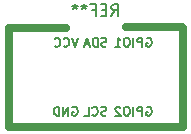
<source format=gbo>
%TF.GenerationSoftware,KiCad,Pcbnew,8.0.8*%
%TF.CreationDate,2025-03-20T00:36:27-04:00*%
%TF.ProjectId,EMP_Cyclone_SAO_v1,454d505f-4379-4636-9c6f-6e655f53414f,rev?*%
%TF.SameCoordinates,Original*%
%TF.FileFunction,Legend,Bot*%
%TF.FilePolarity,Positive*%
%FSLAX46Y46*%
G04 Gerber Fmt 4.6, Leading zero omitted, Abs format (unit mm)*
G04 Created by KiCad (PCBNEW 8.0.8) date 2025-03-20 00:36:27*
%MOMM*%
%LPD*%
G01*
G04 APERTURE LIST*
%ADD10C,0.150000*%
%ADD11C,0.700000*%
%ADD12C,2.000000*%
%ADD13C,1.524000*%
%ADD14C,1.800000*%
%ADD15R,1.727200X1.727200*%
%ADD16C,1.727200*%
%ADD17O,1.727200X1.727200*%
G04 APERTURE END LIST*
D10*
X101483333Y-136954819D02*
X101816666Y-136478628D01*
X102054761Y-136954819D02*
X102054761Y-135954819D01*
X102054761Y-135954819D02*
X101673809Y-135954819D01*
X101673809Y-135954819D02*
X101578571Y-136002438D01*
X101578571Y-136002438D02*
X101530952Y-136050057D01*
X101530952Y-136050057D02*
X101483333Y-136145295D01*
X101483333Y-136145295D02*
X101483333Y-136288152D01*
X101483333Y-136288152D02*
X101530952Y-136383390D01*
X101530952Y-136383390D02*
X101578571Y-136431009D01*
X101578571Y-136431009D02*
X101673809Y-136478628D01*
X101673809Y-136478628D02*
X102054761Y-136478628D01*
X101054761Y-136431009D02*
X100721428Y-136431009D01*
X100578571Y-136954819D02*
X101054761Y-136954819D01*
X101054761Y-136954819D02*
X101054761Y-135954819D01*
X101054761Y-135954819D02*
X100578571Y-135954819D01*
X99816666Y-136431009D02*
X100149999Y-136431009D01*
X100149999Y-136954819D02*
X100149999Y-135954819D01*
X100149999Y-135954819D02*
X99673809Y-135954819D01*
X99149999Y-135954819D02*
X99149999Y-136192914D01*
X99388094Y-136097676D02*
X99149999Y-136192914D01*
X99149999Y-136192914D02*
X98911904Y-136097676D01*
X99292856Y-136383390D02*
X99149999Y-136192914D01*
X99149999Y-136192914D02*
X99007142Y-136383390D01*
X98388094Y-135954819D02*
X98388094Y-136192914D01*
X98626189Y-136097676D02*
X98388094Y-136192914D01*
X98388094Y-136192914D02*
X98149999Y-136097676D01*
X98530951Y-136383390D02*
X98388094Y-136192914D01*
X98388094Y-136192914D02*
X98245237Y-136383390D01*
X101060713Y-139509450D02*
X100953571Y-139545164D01*
X100953571Y-139545164D02*
X100774999Y-139545164D01*
X100774999Y-139545164D02*
X100703571Y-139509450D01*
X100703571Y-139509450D02*
X100667856Y-139473735D01*
X100667856Y-139473735D02*
X100632142Y-139402307D01*
X100632142Y-139402307D02*
X100632142Y-139330878D01*
X100632142Y-139330878D02*
X100667856Y-139259450D01*
X100667856Y-139259450D02*
X100703571Y-139223735D01*
X100703571Y-139223735D02*
X100774999Y-139188021D01*
X100774999Y-139188021D02*
X100917856Y-139152307D01*
X100917856Y-139152307D02*
X100989285Y-139116592D01*
X100989285Y-139116592D02*
X101024999Y-139080878D01*
X101024999Y-139080878D02*
X101060713Y-139009450D01*
X101060713Y-139009450D02*
X101060713Y-138938021D01*
X101060713Y-138938021D02*
X101024999Y-138866592D01*
X101024999Y-138866592D02*
X100989285Y-138830878D01*
X100989285Y-138830878D02*
X100917856Y-138795164D01*
X100917856Y-138795164D02*
X100739285Y-138795164D01*
X100739285Y-138795164D02*
X100632142Y-138830878D01*
X100310713Y-139545164D02*
X100310713Y-138795164D01*
X100310713Y-138795164D02*
X100132142Y-138795164D01*
X100132142Y-138795164D02*
X100024999Y-138830878D01*
X100024999Y-138830878D02*
X99953570Y-138902307D01*
X99953570Y-138902307D02*
X99917856Y-138973735D01*
X99917856Y-138973735D02*
X99882142Y-139116592D01*
X99882142Y-139116592D02*
X99882142Y-139223735D01*
X99882142Y-139223735D02*
X99917856Y-139366592D01*
X99917856Y-139366592D02*
X99953570Y-139438021D01*
X99953570Y-139438021D02*
X100024999Y-139509450D01*
X100024999Y-139509450D02*
X100132142Y-139545164D01*
X100132142Y-139545164D02*
X100310713Y-139545164D01*
X99596427Y-139330878D02*
X99239285Y-139330878D01*
X99667856Y-139545164D02*
X99417856Y-138795164D01*
X99417856Y-138795164D02*
X99167856Y-139545164D01*
X104457142Y-144672878D02*
X104528571Y-144637164D01*
X104528571Y-144637164D02*
X104635713Y-144637164D01*
X104635713Y-144637164D02*
X104742856Y-144672878D01*
X104742856Y-144672878D02*
X104814285Y-144744307D01*
X104814285Y-144744307D02*
X104849999Y-144815735D01*
X104849999Y-144815735D02*
X104885713Y-144958592D01*
X104885713Y-144958592D02*
X104885713Y-145065735D01*
X104885713Y-145065735D02*
X104849999Y-145208592D01*
X104849999Y-145208592D02*
X104814285Y-145280021D01*
X104814285Y-145280021D02*
X104742856Y-145351450D01*
X104742856Y-145351450D02*
X104635713Y-145387164D01*
X104635713Y-145387164D02*
X104564285Y-145387164D01*
X104564285Y-145387164D02*
X104457142Y-145351450D01*
X104457142Y-145351450D02*
X104421428Y-145315735D01*
X104421428Y-145315735D02*
X104421428Y-145065735D01*
X104421428Y-145065735D02*
X104564285Y-145065735D01*
X104099999Y-145387164D02*
X104099999Y-144637164D01*
X104099999Y-144637164D02*
X103814285Y-144637164D01*
X103814285Y-144637164D02*
X103742856Y-144672878D01*
X103742856Y-144672878D02*
X103707142Y-144708592D01*
X103707142Y-144708592D02*
X103671428Y-144780021D01*
X103671428Y-144780021D02*
X103671428Y-144887164D01*
X103671428Y-144887164D02*
X103707142Y-144958592D01*
X103707142Y-144958592D02*
X103742856Y-144994307D01*
X103742856Y-144994307D02*
X103814285Y-145030021D01*
X103814285Y-145030021D02*
X104099999Y-145030021D01*
X103349999Y-145387164D02*
X103349999Y-144637164D01*
X102849999Y-144637164D02*
X102707142Y-144637164D01*
X102707142Y-144637164D02*
X102635713Y-144672878D01*
X102635713Y-144672878D02*
X102564285Y-144744307D01*
X102564285Y-144744307D02*
X102528570Y-144887164D01*
X102528570Y-144887164D02*
X102528570Y-145137164D01*
X102528570Y-145137164D02*
X102564285Y-145280021D01*
X102564285Y-145280021D02*
X102635713Y-145351450D01*
X102635713Y-145351450D02*
X102707142Y-145387164D01*
X102707142Y-145387164D02*
X102849999Y-145387164D01*
X102849999Y-145387164D02*
X102921428Y-145351450D01*
X102921428Y-145351450D02*
X102992856Y-145280021D01*
X102992856Y-145280021D02*
X103028570Y-145137164D01*
X103028570Y-145137164D02*
X103028570Y-144887164D01*
X103028570Y-144887164D02*
X102992856Y-144744307D01*
X102992856Y-144744307D02*
X102921428Y-144672878D01*
X102921428Y-144672878D02*
X102849999Y-144637164D01*
X102242856Y-144708592D02*
X102207142Y-144672878D01*
X102207142Y-144672878D02*
X102135714Y-144637164D01*
X102135714Y-144637164D02*
X101957142Y-144637164D01*
X101957142Y-144637164D02*
X101885714Y-144672878D01*
X101885714Y-144672878D02*
X101849999Y-144708592D01*
X101849999Y-144708592D02*
X101814285Y-144780021D01*
X101814285Y-144780021D02*
X101814285Y-144851450D01*
X101814285Y-144851450D02*
X101849999Y-144958592D01*
X101849999Y-144958592D02*
X102278571Y-145387164D01*
X102278571Y-145387164D02*
X101814285Y-145387164D01*
X101042856Y-145351450D02*
X100935714Y-145387164D01*
X100935714Y-145387164D02*
X100757142Y-145387164D01*
X100757142Y-145387164D02*
X100685714Y-145351450D01*
X100685714Y-145351450D02*
X100649999Y-145315735D01*
X100649999Y-145315735D02*
X100614285Y-145244307D01*
X100614285Y-145244307D02*
X100614285Y-145172878D01*
X100614285Y-145172878D02*
X100649999Y-145101450D01*
X100649999Y-145101450D02*
X100685714Y-145065735D01*
X100685714Y-145065735D02*
X100757142Y-145030021D01*
X100757142Y-145030021D02*
X100899999Y-144994307D01*
X100899999Y-144994307D02*
X100971428Y-144958592D01*
X100971428Y-144958592D02*
X101007142Y-144922878D01*
X101007142Y-144922878D02*
X101042856Y-144851450D01*
X101042856Y-144851450D02*
X101042856Y-144780021D01*
X101042856Y-144780021D02*
X101007142Y-144708592D01*
X101007142Y-144708592D02*
X100971428Y-144672878D01*
X100971428Y-144672878D02*
X100899999Y-144637164D01*
X100899999Y-144637164D02*
X100721428Y-144637164D01*
X100721428Y-144637164D02*
X100614285Y-144672878D01*
X99864285Y-145315735D02*
X99899999Y-145351450D01*
X99899999Y-145351450D02*
X100007142Y-145387164D01*
X100007142Y-145387164D02*
X100078570Y-145387164D01*
X100078570Y-145387164D02*
X100185713Y-145351450D01*
X100185713Y-145351450D02*
X100257142Y-145280021D01*
X100257142Y-145280021D02*
X100292856Y-145208592D01*
X100292856Y-145208592D02*
X100328570Y-145065735D01*
X100328570Y-145065735D02*
X100328570Y-144958592D01*
X100328570Y-144958592D02*
X100292856Y-144815735D01*
X100292856Y-144815735D02*
X100257142Y-144744307D01*
X100257142Y-144744307D02*
X100185713Y-144672878D01*
X100185713Y-144672878D02*
X100078570Y-144637164D01*
X100078570Y-144637164D02*
X100007142Y-144637164D01*
X100007142Y-144637164D02*
X99899999Y-144672878D01*
X99899999Y-144672878D02*
X99864285Y-144708592D01*
X99185713Y-145387164D02*
X99542856Y-145387164D01*
X99542856Y-145387164D02*
X99542856Y-144637164D01*
X104457142Y-138830878D02*
X104528571Y-138795164D01*
X104528571Y-138795164D02*
X104635713Y-138795164D01*
X104635713Y-138795164D02*
X104742856Y-138830878D01*
X104742856Y-138830878D02*
X104814285Y-138902307D01*
X104814285Y-138902307D02*
X104849999Y-138973735D01*
X104849999Y-138973735D02*
X104885713Y-139116592D01*
X104885713Y-139116592D02*
X104885713Y-139223735D01*
X104885713Y-139223735D02*
X104849999Y-139366592D01*
X104849999Y-139366592D02*
X104814285Y-139438021D01*
X104814285Y-139438021D02*
X104742856Y-139509450D01*
X104742856Y-139509450D02*
X104635713Y-139545164D01*
X104635713Y-139545164D02*
X104564285Y-139545164D01*
X104564285Y-139545164D02*
X104457142Y-139509450D01*
X104457142Y-139509450D02*
X104421428Y-139473735D01*
X104421428Y-139473735D02*
X104421428Y-139223735D01*
X104421428Y-139223735D02*
X104564285Y-139223735D01*
X104099999Y-139545164D02*
X104099999Y-138795164D01*
X104099999Y-138795164D02*
X103814285Y-138795164D01*
X103814285Y-138795164D02*
X103742856Y-138830878D01*
X103742856Y-138830878D02*
X103707142Y-138866592D01*
X103707142Y-138866592D02*
X103671428Y-138938021D01*
X103671428Y-138938021D02*
X103671428Y-139045164D01*
X103671428Y-139045164D02*
X103707142Y-139116592D01*
X103707142Y-139116592D02*
X103742856Y-139152307D01*
X103742856Y-139152307D02*
X103814285Y-139188021D01*
X103814285Y-139188021D02*
X104099999Y-139188021D01*
X103349999Y-139545164D02*
X103349999Y-138795164D01*
X102849999Y-138795164D02*
X102707142Y-138795164D01*
X102707142Y-138795164D02*
X102635713Y-138830878D01*
X102635713Y-138830878D02*
X102564285Y-138902307D01*
X102564285Y-138902307D02*
X102528570Y-139045164D01*
X102528570Y-139045164D02*
X102528570Y-139295164D01*
X102528570Y-139295164D02*
X102564285Y-139438021D01*
X102564285Y-139438021D02*
X102635713Y-139509450D01*
X102635713Y-139509450D02*
X102707142Y-139545164D01*
X102707142Y-139545164D02*
X102849999Y-139545164D01*
X102849999Y-139545164D02*
X102921428Y-139509450D01*
X102921428Y-139509450D02*
X102992856Y-139438021D01*
X102992856Y-139438021D02*
X103028570Y-139295164D01*
X103028570Y-139295164D02*
X103028570Y-139045164D01*
X103028570Y-139045164D02*
X102992856Y-138902307D01*
X102992856Y-138902307D02*
X102921428Y-138830878D01*
X102921428Y-138830878D02*
X102849999Y-138795164D01*
X101814285Y-139545164D02*
X102242856Y-139545164D01*
X102028571Y-139545164D02*
X102028571Y-138795164D01*
X102028571Y-138795164D02*
X102099999Y-138902307D01*
X102099999Y-138902307D02*
X102171428Y-138973735D01*
X102171428Y-138973735D02*
X102242856Y-139009450D01*
X98181428Y-144672878D02*
X98252857Y-144637164D01*
X98252857Y-144637164D02*
X98359999Y-144637164D01*
X98359999Y-144637164D02*
X98467142Y-144672878D01*
X98467142Y-144672878D02*
X98538571Y-144744307D01*
X98538571Y-144744307D02*
X98574285Y-144815735D01*
X98574285Y-144815735D02*
X98609999Y-144958592D01*
X98609999Y-144958592D02*
X98609999Y-145065735D01*
X98609999Y-145065735D02*
X98574285Y-145208592D01*
X98574285Y-145208592D02*
X98538571Y-145280021D01*
X98538571Y-145280021D02*
X98467142Y-145351450D01*
X98467142Y-145351450D02*
X98359999Y-145387164D01*
X98359999Y-145387164D02*
X98288571Y-145387164D01*
X98288571Y-145387164D02*
X98181428Y-145351450D01*
X98181428Y-145351450D02*
X98145714Y-145315735D01*
X98145714Y-145315735D02*
X98145714Y-145065735D01*
X98145714Y-145065735D02*
X98288571Y-145065735D01*
X97824285Y-145387164D02*
X97824285Y-144637164D01*
X97824285Y-144637164D02*
X97395714Y-145387164D01*
X97395714Y-145387164D02*
X97395714Y-144637164D01*
X97038571Y-145387164D02*
X97038571Y-144637164D01*
X97038571Y-144637164D02*
X96860000Y-144637164D01*
X96860000Y-144637164D02*
X96752857Y-144672878D01*
X96752857Y-144672878D02*
X96681428Y-144744307D01*
X96681428Y-144744307D02*
X96645714Y-144815735D01*
X96645714Y-144815735D02*
X96610000Y-144958592D01*
X96610000Y-144958592D02*
X96610000Y-145065735D01*
X96610000Y-145065735D02*
X96645714Y-145208592D01*
X96645714Y-145208592D02*
X96681428Y-145280021D01*
X96681428Y-145280021D02*
X96752857Y-145351450D01*
X96752857Y-145351450D02*
X96860000Y-145387164D01*
X96860000Y-145387164D02*
X97038571Y-145387164D01*
X98609999Y-138795164D02*
X98359999Y-139545164D01*
X98359999Y-139545164D02*
X98109999Y-138795164D01*
X97431428Y-139473735D02*
X97467142Y-139509450D01*
X97467142Y-139509450D02*
X97574285Y-139545164D01*
X97574285Y-139545164D02*
X97645713Y-139545164D01*
X97645713Y-139545164D02*
X97752856Y-139509450D01*
X97752856Y-139509450D02*
X97824285Y-139438021D01*
X97824285Y-139438021D02*
X97859999Y-139366592D01*
X97859999Y-139366592D02*
X97895713Y-139223735D01*
X97895713Y-139223735D02*
X97895713Y-139116592D01*
X97895713Y-139116592D02*
X97859999Y-138973735D01*
X97859999Y-138973735D02*
X97824285Y-138902307D01*
X97824285Y-138902307D02*
X97752856Y-138830878D01*
X97752856Y-138830878D02*
X97645713Y-138795164D01*
X97645713Y-138795164D02*
X97574285Y-138795164D01*
X97574285Y-138795164D02*
X97467142Y-138830878D01*
X97467142Y-138830878D02*
X97431428Y-138866592D01*
X96681428Y-139473735D02*
X96717142Y-139509450D01*
X96717142Y-139509450D02*
X96824285Y-139545164D01*
X96824285Y-139545164D02*
X96895713Y-139545164D01*
X96895713Y-139545164D02*
X97002856Y-139509450D01*
X97002856Y-139509450D02*
X97074285Y-139438021D01*
X97074285Y-139438021D02*
X97109999Y-139366592D01*
X97109999Y-139366592D02*
X97145713Y-139223735D01*
X97145713Y-139223735D02*
X97145713Y-139116592D01*
X97145713Y-139116592D02*
X97109999Y-138973735D01*
X97109999Y-138973735D02*
X97074285Y-138902307D01*
X97074285Y-138902307D02*
X97002856Y-138830878D01*
X97002856Y-138830878D02*
X96895713Y-138795164D01*
X96895713Y-138795164D02*
X96824285Y-138795164D01*
X96824285Y-138795164D02*
X96717142Y-138830878D01*
X96717142Y-138830878D02*
X96681428Y-138866592D01*
D11*
%TO.C,REF\u002A\u002A*%
X92784000Y-137936000D02*
X92784000Y-146318000D01*
X92784000Y-146318000D02*
X107516000Y-146318000D01*
X97610000Y-137936000D02*
X92784000Y-137936000D01*
X107429640Y-137885200D02*
X102690000Y-137885200D01*
X107516000Y-146318000D02*
X107516000Y-137936000D01*
%TD*%
%LPC*%
D12*
%TO.C,SW3*%
X86750000Y-143250000D03*
X80250000Y-143250000D03*
X86750000Y-138750000D03*
X80250000Y-138750000D03*
%TD*%
%TO.C,SW1*%
X126750000Y-72500000D03*
X133250000Y-72500000D03*
X126750000Y-77000000D03*
X133250000Y-77000000D03*
%TD*%
D13*
%TO.C,U2*%
X104140200Y-68681800D03*
X87935000Y-70790000D03*
X95859800Y-131318200D03*
X112090400Y-129184600D03*
%TD*%
%TO.C,U1*%
X88366800Y-82448600D03*
X104114800Y-79349800D03*
X82448600Y-111633200D03*
X111684000Y-117526000D03*
%TD*%
D14*
%TO.C,A1*%
X140380000Y-121730000D03*
X155620000Y-81090000D03*
X155620000Y-121730000D03*
X140380000Y-81090000D03*
%TD*%
D15*
%TO.C,REF\u002A\u002A*%
X97670000Y-140750000D03*
D16*
X97670000Y-143290000D03*
D17*
X100210000Y-140750000D03*
X100210000Y-143290000D03*
D16*
X102750000Y-140750000D03*
X102750000Y-143290000D03*
%TD*%
D12*
%TO.C,SW2*%
X112750000Y-138250000D03*
X119250000Y-138250000D03*
X112750000Y-142750000D03*
X119250000Y-142750000D03*
%TD*%
%LPD*%
M02*

</source>
